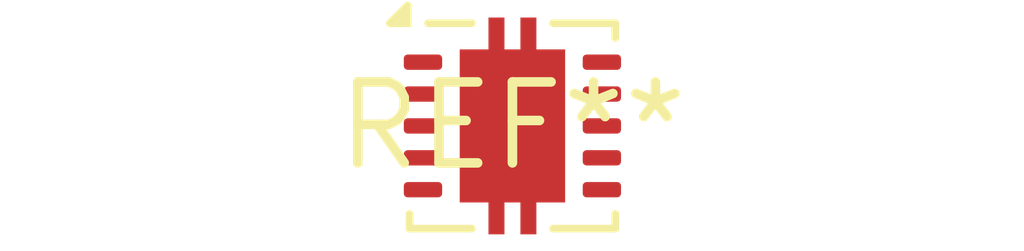
<source format=kicad_pcb>
(kicad_pcb (version 20240108) (generator pcbnew)
  (layers (0 "F.Cu" signal) (31 "B.Cu" signal) (34 "B.Paste" user) (35 "F.Paste" user) (36 "B.SilkS" user "B.Silkscreen") (37 "F.SilkS" user "F.Silkscreen") (38 "B.Mask" user) (39 "F.Mask" user) (44 "Edge.Cuts" user))
  (net 0 "")
  (footprint "Texas_DRC0010J" (layer "F.Cu") (at 0 0)
    (property "Reference" "REF**")
    (property "Value" "Texas_DRC0010J")
    (fp_line (start -1.61 1.38) (end -1.61 1.61) (layer "F.SilkS") (stroke (width 0.12)))
    (fp_line (start -1.61 1.61) (end -0.635 1.61) (layer "F.SilkS") (stroke (width 0.12)))
    (fp_line (start -1.32 -1.61) (end -0.635 -1.61) (layer "F.SilkS") (stroke (width 0.12)))
    (fp_line (start 0.635 -1.61) (end 1.61 -1.61) (layer "F.SilkS") (stroke (width 0.12)))
    (fp_line (start 0.635 1.61) (end 1.61 1.61) (layer "F.SilkS") (stroke (width 0.12)))
    (fp_line (start 1.61 -1.61) (end 1.61 -1.38) (layer "F.SilkS") (stroke (width 0.12)))
    (fp_line (start 1.61 1.38) (end 1.61 1.61) (layer "F.SilkS") (stroke (width 0.12)))
    (fp_poly (pts (xy -1.64 -1.61) (xy -1.92 -1.61) (xy -1.64 -1.89) (xy -1.64 -1.61)) (layer "F.SilkS") (stroke (width 0.12)) (fill solid))
    (pad "1" smd roundrect (at -1.4 -1) (size 0.6 0.24) (layers "F.Cu" "F.Paste" "F.Mask"))
    (pad "2" smd roundrect (at -1.4 -0.5) (size 0.6 0.24) (layers "F.Cu" "F.Paste" "F.Mask"))
    (pad "3" smd roundrect (at -1.4 0) (size 0.6 0.24) (layers "F.Cu" "F.Paste" "F.Mask"))
    (pad "4" smd roundrect (at -1.4 0.5) (size 0.6 0.24) (layers "F.Cu" "F.Paste" "F.Mask"))
    (pad "5" smd roundrect (at -1.4 1) (size 0.6 0.24) (layers "F.Cu" "F.Paste" "F.Mask"))
    (pad "6" smd roundrect (at 1.4 1) (size 0.6 0.24) (layers "F.Cu" "F.Paste" "F.Mask"))
    (pad "7" smd roundrect (at 1.4 0.5) (size 0.6 0.24) (layers "F.Cu" "F.Paste" "F.Mask"))
    (pad "8" smd roundrect (at 1.4 0) (size 0.6 0.24) (layers "F.Cu" "F.Paste" "F.Mask"))
    (pad "9" smd roundrect (at 1.4 -0.5) (size 0.6 0.24) (layers "F.Cu" "F.Paste" "F.Mask"))
    (pad "10" smd roundrect (at 1.4 -1) (size 0.6 0.24) (layers "F.Cu" "F.Paste" "F.Mask"))
    (pad "11" smd custom (at 0 0) (size 1.65 2.4) (layers "F.Cu" "F.Mask") (options (clearance outline) (anchor rect)) (primitives (gr_poly (pts (xy -0.125 -1.1) (xy 0.125 -1.1) (xy 0.125 -1.7) (xy 0.375 -1.7) (xy 0.375 1.7) (xy 0.125 1.7) (xy 0.125 1.1) (xy -0.125 1.1) (xy -0.125 1.7) (xy -0.375 1.7) (xy -0.375 -1.7) (xy -0.125 -1.7)) (width 0) (fill yes))))
  )
)
</source>
